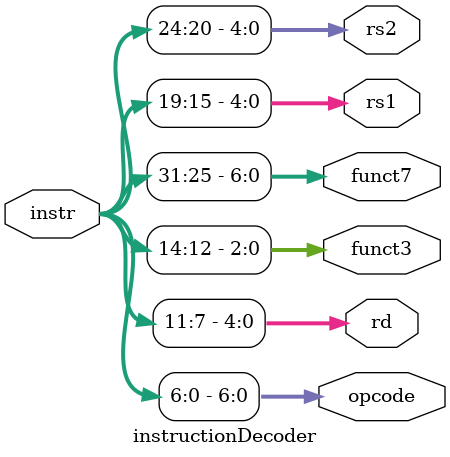
<source format=sv>
module instructionDecoder(
    input  logic [31:0] instr,
    output logic [6:0]  opcode,
    output logic [4:0]  rd,
    output logic [2:0]  funct3,
    output logic [6:0]  funct7,
    output logic [4:0]  rs1,
    output logic [4:0]  rs2
);

    assign opcode = instr[6:0];
    assign rd     = instr[11:7];
    assign funct3 = instr[14:12];
    assign rs1    = instr[19:15];
    assign rs2    = instr[24:20];
    assign funct7 = instr[31:25];

  
endmodule

</source>
